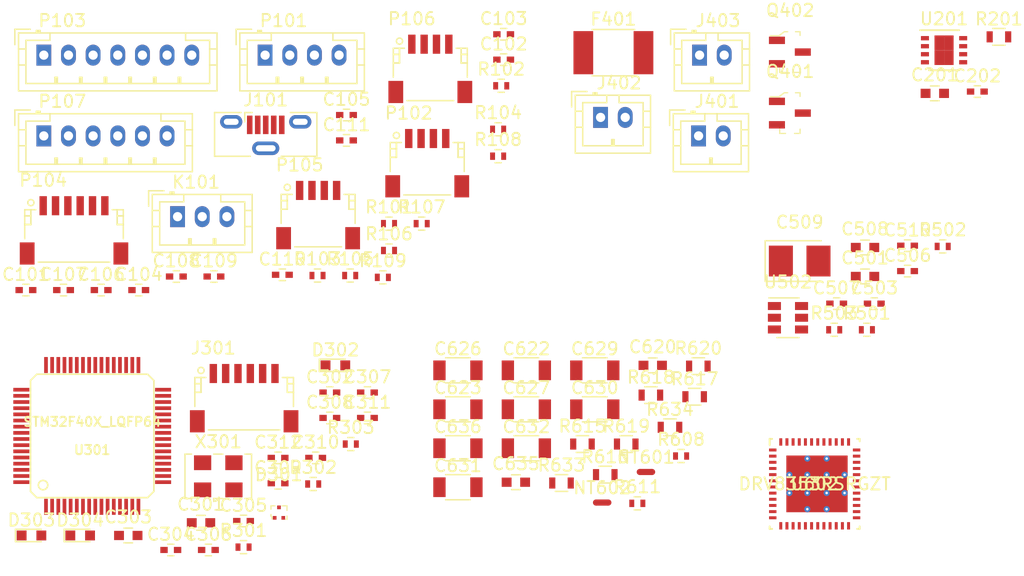
<source format=kicad_pcb>
(kicad_pcb (version 20171130) (host pcbnew "(5.1.2)-1")
  (layers (0 F.Cu signal) (31 B.Cu signal) (34 B.Paste user) (35 F.Paste user) (36 B.SilkS user) (37 F.SilkS user) (38 B.Mask user) (39 F.Mask user) (44 Edge.Cuts user))
  (net 0 "")
  (net 1 GND)
  (net 2 /sheet5B3977E0/SERVO)
  (net 3 /sheet5B3977E0/ADC_TEMP)
  (net 4 /PHASE_CURRENT_1_ADC)
  (net 5 /PHASE_CURRENT_2_ADC)
  (net 6 /PHASE_CURRENT_3_ADC)
  (net 7 /sheet5B3977E0/ADC_VBUS)
  (net 8 /PHASE_V_1_ADC)
  (net 9 /PHASE_V_2_ADC)
  (net 10 /PHASE_V_3_ADC)
  (net 11 /sheet5B3977E0/TEMP_MOTOR)
  (net 12 /12vbuck_SENSE)
  (net 13 +5V)
  (net 14 +3V3)
  (net 15 /sheet5B3977E0/VCAP2)
  (net 16 /sheet5B3977E0/VCAP1)
  (net 17 NRST)
  (net 18 "Net-(C306-Pad1)")
  (net 19 "Net-(C308-Pad1)")
  (net 20 +12V)
  (net 21 "Net-(C506-Pad1)")
  (net 22 "Net-(C506-Pad2)")
  (net 23 "Net-(C510-Pad2)")
  (net 24 GNDPWR)
  (net 25 VBUS)
  (net 26 "Net-(C635-Pad1)")
  (net 27 /drv_power_stage/PHASE_R)
  (net 28 /sheet5B3977E0/USB_DP)
  (net 29 /sheet5B3977E0/USB_DM)
  (net 30 "Net-(D302-Pad1)")
  (net 31 "Net-(D303-Pad1)")
  (net 32 "Net-(D304-Pad1)")
  (net 33 "Net-(F401-Pad2)")
  (net 34 "Net-(J101-Pad1)")
  (net 35 "Net-(J101-Pad2)")
  (net 36 "Net-(J101-Pad4)")
  (net 37 "Net-(J101-Pad3)")
  (net 38 SWDIO)
  (net 39 SWCLK)
  (net 40 "Net-(J401-Pad2)")
  (net 41 "Net-(J402-Pad2)")
  (net 42 "Net-(JP101-Pad2)")
  (net 43 "Net-(K101-Pad1)")
  (net 44 GNDD)
  (net 45 "Net-(P101-Pad4)")
  (net 46 /sheet5B3977DF/CANH)
  (net 47 /sheet5B3977DF/CANL)
  (net 48 /sheet5B3977E0/USART3_TX)
  (net 49 /sheet5B3977E0/USART3_RX)
  (net 50 "Net-(P103-Pad6)")
  (net 51 "Net-(P103-Pad5)")
  (net 52 /sheet5B3977E0/ADC_BRAKE)
  (net 53 /sheet5B3977E0/ADC_THROTTLE)
  (net 54 /sheet5B3977E0/SPI3_MOSI)
  (net 55 /sheet5B3977E0/SPI3_MISO)
  (net 56 /sheet5B3977E0/SPI3_SCK)
  (net 57 /sheet5B3977E0/SPI3_NSS)
  (net 58 /sheet5B3977E0/USART1_RX)
  (net 59 /sheet5B3977E0/USART1_TX)
  (net 60 /sheet5B3977E0/SDA_2)
  (net 61 /sheet5B3977E0/SCL_2)
  (net 62 /sheet5B3977E0/HALL_3)
  (net 63 /sheet5B3977E0/HALL_2)
  (net 64 /sheet5B3977E0/HALL_1)
  (net 65 /aux_outputs/AUX1_PWM)
  (net 66 /aux_outputs/AUX2_PWM)
  (net 67 /sheet5B3977E0/LED_GREEN)
  (net 68 /sheet5B3977E0/LED_RED)
  (net 69 "Net-(R501-Pad1)")
  (net 70 /drv_power_stage/L_IN)
  (net 71 /drv_power_stage/H_IN)
  (net 72 /drv_power_stage/LG)
  (net 73 "Net-(Q602-Pad2)")
  (net 74 "Net-(Q601-Pad2)")
  (net 75 /drv_power_stage/HG)
  (net 76 "Net-(Q603-Pad2)")
  (net 77 "Net-(Q604-Pad2)")
  (net 78 "Net-(Q605-Pad2)")
  (net 79 "Net-(Q606-Pad2)")
  (net 80 /drv_power_stage/PHASE_V_SENSE)
  (net 81 /sheet5B3977DF/CAN_RX)
  (net 82 /sheet5B3977DF/CAN_TX)
  (net 83 /sheet5B3977E0/REVERSE_SW)
  (net 84 /12v_buck_trim)
  (net 85 /sheet5B3977E0/FAULT)
  (net 86 /sheet5B3977E0/L1)
  (net 87 /sheet5B3977E0/L2)
  (net 88 /sheet5B3977E0/L3)
  (net 89 /sheet5B3977E0/EN_GATE)
  (net 90 /sheet5B3977E0/FAULT_RESET)
  (net 91 /sheet5B3977E0/H1)
  (net 92 /sheet5B3977E0/H2)
  (net 93 /sheet5B3977E0/H3)
  (net 94 /sheet5B3977E0/BRAKE_CUTOFF_SW)
  (net 95 "Net-(U301-Pad28)")
  (net 96 "Net-(C645-Pad1)")
  (net 97 "Net-(C646-Pad2)")
  (net 98 "Net-(C646-Pad1)")
  (net 99 +15V)
  (net 100 +BATT)
  (net 101 "Net-(C644-Pad1)")
  (net 102 /drv_power_stage/GHA_0)
  (net 103 /drv_power_stage/SHA_0)
  (net 104 /drv_power_stage/GLA_0)
  (net 105 /drv_power_stage/SPA_0)
  (net 106 /drv_power_stage/SNA_0)
  (net 107 /drv_power_stage/SNB_0)
  (net 108 /drv_power_stage/SPB_0)
  (net 109 /drv_power_stage/GLB_0)
  (net 110 /drv_power_stage/SHB_0)
  (net 111 /drv_power_stage/GHB_0)
  (net 112 /drv_power_stage/GHC_0)
  (net 113 /drv_power_stage/SHC_0)
  (net 114 /drv_power_stage/GLC_0)
  (net 115 /drv_power_stage/SPC_0)
  (net 116 /drv_power_stage/SNC_0)
  (net 117 /drv_power_stage/MTR0_C_IFBK)
  (net 118 /drv_power_stage/MTR0_B_IFBK)
  (net 119 /drv_power_stage/MTR0_A_IFBK)
  (net 120 /drv_power_stage/FAULT_N_0)
  (net 121 /drv_power_stage/SDO)
  (net 122 /drv_power_stage/SDI)
  (net 123 /drv_power_stage/SCLK)
  (net 124 /drv_power_stage/SCS_0)
  (net 125 "Net-(R613-Pad1)")
  (net 126 /drv_power_stage/PWM0_A)
  (net 127 /drv_power_stage/EN0)
  (net 128 /drv_power_stage/PWM0_B)
  (net 129 /drv_power_stage/PWM0_C)
  (net 130 "Net-(C643-Pad1)")
  (net 131 "Net-(C648-Pad2)")
  (net 132 "Net-(C647-Pad1)")
  (net 133 "Net-(C648-Pad1)")
  (net 134 "Net-(R621-Pad2)")
  (net 135 "Net-(R622-Pad2)")
  (net 136 "Net-(C649-Pad1)")
  (module Capacitors_SMD:C_0402 (layer F.Cu) (at 87.025001 82.780001)
    (fp_text reference C101 (at 0 -1.27) (layer F.SilkS))
    (fp_text value 100n)
    (pad 1 smd rect (at -0.55 0) (size 0.6 0.5) (layers F.Cu F.Paste F.Mask) (net 1 GND))
    (pad 2 smd rect (at 0.55 0) (size 0.6 0.5) (layers F.Cu F.Paste F.Mask) (net 2 /sheet5B3977E0/SERVO))
  )
  (module Capacitors_SMD:C_0402 (layer F.Cu) (at 125.775001 64.090001)
    (fp_text reference C102 (at 0 -1.27) (layer F.SilkS))
    (fp_text value 100nf)
    (pad 1 smd rect (at -0.55 0) (size 0.6 0.5) (layers F.Cu F.Paste F.Mask) (net 3 /sheet5B3977E0/ADC_TEMP))
    (pad 2 smd rect (at 0.55 0) (size 0.6 0.5) (layers F.Cu F.Paste F.Mask) (net 1 GND))
  )
  (module Capacitors_SMD:C_0402 (layer F.Cu) (at 125.775001 62.030001)
    (fp_text reference C103 (at 0 -1.27) (layer F.SilkS))
    (fp_text value 4.7nf)
    (pad 2 smd rect (at 0.55 0) (size 0.6 0.5) (layers F.Cu F.Paste F.Mask) (net 1 GND))
    (pad 1 smd rect (at -0.55 0) (size 0.6 0.5) (layers F.Cu F.Paste F.Mask) (net 4 /PHASE_CURRENT_1_ADC))
  )
  (module Capacitors_SMD:C_0402 (layer F.Cu) (at 96.175001 82.780001)
    (fp_text reference C104 (at 0 -1.27) (layer F.SilkS))
    (fp_text value 4.7nf)
    (pad 1 smd rect (at -0.55 0) (size 0.6 0.5) (layers F.Cu F.Paste F.Mask) (net 5 /PHASE_CURRENT_2_ADC))
    (pad 2 smd rect (at 0.55 0) (size 0.6 0.5) (layers F.Cu F.Paste F.Mask) (net 1 GND))
  )
  (module Capacitors_SMD:C_0402 (layer F.Cu) (at 113.025001 68.580001)
    (fp_text reference C105 (at 0 -1.27) (layer F.SilkS))
    (fp_text value 4.7nf)
    (pad 1 smd rect (at -0.55 0) (size 0.6 0.5) (layers F.Cu F.Paste F.Mask) (net 6 /PHASE_CURRENT_3_ADC))
    (pad 2 smd rect (at 0.55 0) (size 0.6 0.5) (layers F.Cu F.Paste F.Mask) (net 1 GND))
  )
  (module Capacitors_SMD:C_0402 (layer F.Cu) (at 93.125001 82.780001)
    (fp_text reference C106 (at 0 -1.27) (layer F.SilkS))
    (fp_text value 100nf)
    (pad 2 smd rect (at 0.55 0) (size 0.6 0.5) (layers F.Cu F.Paste F.Mask) (net 1 GND))
    (pad 1 smd rect (at -0.55 0) (size 0.6 0.5) (layers F.Cu F.Paste F.Mask) (net 7 /sheet5B3977E0/ADC_VBUS))
  )
  (module Capacitors_SMD:C_0402 (layer F.Cu) (at 90.075001 82.780001)
    (fp_text reference C107 (at 0 -1.27) (layer F.SilkS))
    (fp_text value 100nf)
    (pad 2 smd rect (at 0.55 0) (size 0.6 0.5) (layers F.Cu F.Paste F.Mask) (net 1 GND))
    (pad 1 smd rect (at -0.55 0) (size 0.6 0.5) (layers F.Cu F.Paste F.Mask) (net 8 /PHASE_V_1_ADC))
  )
  (module Capacitors_SMD:C_0402 (layer F.Cu) (at 99.225001 81.680001)
    (fp_text reference C108 (at 0 -1.27) (layer F.SilkS))
    (fp_text value 100nf)
    (pad 2 smd rect (at 0.55 0) (size 0.6 0.5) (layers F.Cu F.Paste F.Mask) (net 1 GND))
    (pad 1 smd rect (at -0.55 0) (size 0.6 0.5) (layers F.Cu F.Paste F.Mask) (net 9 /PHASE_V_2_ADC))
  )
  (module Capacitors_SMD:C_0402 (layer F.Cu) (at 102.275001 81.680001)
    (fp_text reference C109 (at 0 -1.27) (layer F.SilkS))
    (fp_text value 100nf)
    (pad 2 smd rect (at 0.55 0) (size 0.6 0.5) (layers F.Cu F.Paste F.Mask) (net 1 GND))
    (pad 1 smd rect (at -0.55 0) (size 0.6 0.5) (layers F.Cu F.Paste F.Mask) (net 10 /PHASE_V_3_ADC))
  )
  (module Capacitors_SMD:C_0402 (layer F.Cu) (at 107.825001 81.540001)
    (fp_text reference C110 (at 0 -1.27) (layer F.SilkS))
    (fp_text value 100n)
    (pad 1 smd rect (at -0.55 0) (size 0.6 0.5) (layers F.Cu F.Paste F.Mask) (net 1 GND))
    (pad 2 smd rect (at 0.55 0) (size 0.6 0.5) (layers F.Cu F.Paste F.Mask) (net 11 /sheet5B3977E0/TEMP_MOTOR))
  )
  (module Capacitors_SMD:C_0402 (layer F.Cu) (at 113.025001 70.640001)
    (fp_text reference C111 (at 0 -1.27) (layer F.SilkS))
    (fp_text value 100nf)
    (pad 2 smd rect (at 0.55 0) (size 0.6 0.5) (layers F.Cu F.Paste F.Mask) (net 1 GND))
    (pad 1 smd rect (at -0.55 0) (size 0.6 0.5) (layers F.Cu F.Paste F.Mask) (net 12 /12vbuck_SENSE))
  )
  (module Capacitors_SMD:C_0603 (layer F.Cu) (at 160.745001 66.825001)
    (fp_text reference C201 (at 0 -1.5) (layer F.SilkS))
    (fp_text value 2.2u)
    (pad 2 smd rect (at 0.75 0) (size 0.8 0.75) (layers F.Cu F.Paste F.Mask) (net 1 GND))
    (pad 1 smd rect (at -0.75 0) (size 0.8 0.75) (layers F.Cu F.Paste F.Mask) (net 13 +5V))
  )
  (module Capacitors_SMD:C_0402 (layer F.Cu) (at 164.195001 66.680001)
    (fp_text reference C202 (at 0 -1.27) (layer F.SilkS))
    (fp_text value 100nf)
    (pad 1 smd rect (at -0.55 0) (size 0.6 0.5) (layers F.Cu F.Paste F.Mask) (net 14 +3V3))
    (pad 2 smd rect (at 0.55 0) (size 0.6 0.5) (layers F.Cu F.Paste F.Mask) (net 1 GND))
  )
  (module Capacitors_SMD:C_0603 (layer F.Cu) (at 101.225001 101.655001)
    (fp_text reference C301 (at 0 -1.5) (layer F.SilkS))
    (fp_text value 2.2u)
    (pad 2 smd rect (at 0.75 0) (size 0.8 0.75) (layers F.Cu F.Paste F.Mask) (net 15 /sheet5B3977E0/VCAP2))
    (pad 1 smd rect (at -0.75 0) (size 0.8 0.75) (layers F.Cu F.Paste F.Mask) (net 1 GND))
  )
  (module Capacitors_SMD:C_0402 (layer F.Cu) (at 111.675001 91.090001)
    (fp_text reference C302 (at 0 -1.27) (layer F.SilkS))
    (fp_text value 2.2u)
    (pad 2 smd rect (at 0.55 0) (size 0.6 0.5) (layers F.Cu F.Paste F.Mask) (net 14 +3V3))
    (pad 1 smd rect (at -0.55 0) (size 0.6 0.5) (layers F.Cu F.Paste F.Mask) (net 1 GND))
  )
  (module Capacitors_SMD:C_0603 (layer F.Cu) (at 95.325001 102.685001)
    (fp_text reference C303 (at 0 -1.5) (layer F.SilkS))
    (fp_text value 2.2u)
    (pad 1 smd rect (at -0.75 0) (size 0.8 0.75) (layers F.Cu F.Paste F.Mask) (net 1 GND))
    (pad 2 smd rect (at 0.75 0) (size 0.8 0.75) (layers F.Cu F.Paste F.Mask) (net 16 /sheet5B3977E0/VCAP1))
  )
  (module Capacitors_SMD:C_0402 (layer F.Cu) (at 98.775001 103.860001)
    (fp_text reference C304 (at 0 -1.27) (layer F.SilkS))
    (fp_text value 100n)
    (pad 2 smd rect (at 0.55 0) (size 0.6 0.5) (layers F.Cu F.Paste F.Mask) (net 17 NRST))
    (pad 1 smd rect (at -0.55 0) (size 0.6 0.5) (layers F.Cu F.Paste F.Mask) (net 1 GND))
  )
  (module Capacitors_SMD:C_0402 (layer F.Cu) (at 104.675001 101.510001)
    (fp_text reference C305 (at 0 -1.27) (layer F.SilkS))
    (fp_text value 2.2u)
    (pad 2 smd rect (at 0.55 0) (size 0.6 0.5) (layers F.Cu F.Paste F.Mask) (net 14 +3V3))
    (pad 1 smd rect (at -0.55 0) (size 0.6 0.5) (layers F.Cu F.Paste F.Mask) (net 1 GND))
  )
  (module Capacitors_SMD:C_0402 (layer F.Cu) (at 101.825001 103.860001)
    (fp_text reference C306 (at 0 -1.27) (layer F.SilkS))
    (fp_text value 15p)
    (pad 2 smd rect (at 0.55 0) (size 0.6 0.5) (layers F.Cu F.Paste F.Mask) (net 1 GND))
    (pad 1 smd rect (at -0.55 0) (size 0.6 0.5) (layers F.Cu F.Paste F.Mask) (net 18 "Net-(C306-Pad1)"))
  )
  (module Capacitors_SMD:C_0402 (layer F.Cu) (at 114.725001 91.090001)
    (fp_text reference C307 (at 0 -1.27) (layer F.SilkS))
    (fp_text value 2.2u)
    (pad 1 smd rect (at -0.55 0) (size 0.6 0.5) (layers F.Cu F.Paste F.Mask) (net 1 GND))
    (pad 2 smd rect (at 0.55 0) (size 0.6 0.5) (layers F.Cu F.Paste F.Mask) (net 14 +3V3))
  )
  (module Capacitors_SMD:C_0402 (layer F.Cu) (at 111.675001 93.150001)
    (fp_text reference C308 (at 0 -1.27) (layer F.SilkS))
    (fp_text value 15p)
    (pad 1 smd rect (at -0.55 0) (size 0.6 0.5) (layers F.Cu F.Paste F.Mask) (net 19 "Net-(C308-Pad1)"))
    (pad 2 smd rect (at 0.55 0) (size 0.6 0.5) (layers F.Cu F.Paste F.Mask) (net 1 GND))
  )
  (module Capacitors_SMD:C_0402 (layer F.Cu) (at 107.475001 98.450001)
    (fp_text reference C309 (at 0 -1.27) (layer F.SilkS))
    (fp_text value 2.2u)
    (pad 2 smd rect (at 0.55 0) (size 0.6 0.5) (layers F.Cu F.Paste F.Mask) (net 14 +3V3))
    (pad 1 smd rect (at -0.55 0) (size 0.6 0.5) (layers F.Cu F.Paste F.Mask) (net 1 GND))
  )
  (module Capacitors_SMD:C_0402 (layer F.Cu) (at 110.525001 96.390001)
    (fp_text reference C310 (at 0 -1.27) (layer F.SilkS))
    (fp_text value 2.2u)
    (pad 2 smd rect (at 0.55 0) (size 0.6 0.5) (layers F.Cu F.Paste F.Mask) (net 14 +3V3))
    (pad 1 smd rect (at -0.55 0) (size 0.6 0.5) (layers F.Cu F.Paste F.Mask) (net 1 GND))
  )
  (module Capacitors_SMD:C_0402 (layer F.Cu) (at 114.725001 93.150001)
    (fp_text reference C311 (at 0 -1.27) (layer F.SilkS))
    (fp_text value 2.2u)
    (pad 1 smd rect (at -0.55 0) (size 0.6 0.5) (layers F.Cu F.Paste F.Mask) (net 1 GND))
    (pad 2 smd rect (at 0.55 0) (size 0.6 0.5) (layers F.Cu F.Paste F.Mask) (net 14 +3V3))
  )
  (module Capacitors_SMD:C_0402 (layer F.Cu) (at 107.475001 96.390001)
    (fp_text reference C312 (at 0 -1.27) (layer F.SilkS))
    (fp_text value 2.2u)
    (pad 1 smd rect (at -0.55 0) (size 0.6 0.5) (layers F.Cu F.Paste F.Mask) (net 1 GND))
    (pad 2 smd rect (at 0.55 0) (size 0.6 0.5) (layers F.Cu F.Paste F.Mask) (net 14 +3V3))
  )
  (module Capacitors_SMD:C_0603 (layer F.Cu) (at 155.085001 81.675001)
    (fp_text reference C501 (at 0 -1.5) (layer F.SilkS))
    (fp_text value 2.2uf)
    (pad 1 smd rect (at -0.75 0) (size 0.8 0.75) (layers F.Cu F.Paste F.Mask) (net 20 +12V))
    (pad 2 smd rect (at 0.75 0) (size 0.8 0.75) (layers F.Cu F.Paste F.Mask) (net 1 GND))
  )
  (module Capacitors_SMD:C_0402 (layer F.Cu) (at 155.835001 83.880001)
    (fp_text reference C503 (at 0 -1.27) (layer F.SilkS))
    (fp_text value 100nf)
    (pad 1 smd rect (at -0.55 0) (size 0.6 0.5) (layers F.Cu F.Paste F.Mask) (net 20 +12V))
    (pad 2 smd rect (at 0.55 0) (size 0.6 0.5) (layers F.Cu F.Paste F.Mask) (net 1 GND))
  )
  (module Capacitors_SMD:C_0402 (layer F.Cu) (at 158.535001 81.240001)
    (fp_text reference C506 (at 0 -1.27) (layer F.SilkS))
    (fp_text value 100nf)
    (pad 1 smd rect (at -0.55 0) (size 0.6 0.5) (layers F.Cu F.Paste F.Mask) (net 21 "Net-(C506-Pad1)"))
    (pad 2 smd rect (at 0.55 0) (size 0.6 0.5) (layers F.Cu F.Paste F.Mask) (net 22 "Net-(C506-Pad2)"))
  )
  (module Capacitors_SMD:C_0402 (layer F.Cu) (at 152.785001 83.880001)
    (fp_text reference C507 (at 0 -1.27) (layer F.SilkS))
    (fp_text value 100nf)
    (pad 1 smd rect (at -0.55 0) (size 0.6 0.5) (layers F.Cu F.Paste F.Mask) (net 14 +3V3))
    (pad 2 smd rect (at 0.55 0) (size 0.6 0.5) (layers F.Cu F.Paste F.Mask) (net 1 GND))
  )
  (module Capacitors_SMD:C_0603 (layer F.Cu) (at 155.085001 79.325001)
    (fp_text reference C508 (at 0 -1.5) (layer F.SilkS))
    (fp_text value 2.2uf)
    (pad 1 smd rect (at -0.75 0) (size 0.8 0.75) (layers F.Cu F.Paste F.Mask) (net 14 +3V3))
    (pad 2 smd rect (at 0.75 0) (size 0.8 0.75) (layers F.Cu F.Paste F.Mask) (net 1 GND))
  )
  (module Capacitors_Tantalum_SMD:CP_Tantalum_Case-B_EIA-3528-21_Reflow (layer F.Cu) (at 149.785001 80.425001)
    (fp_text reference C509 (at 0 -3.15) (layer F.SilkS))
    (fp_text value 100uf)
    (pad 2 smd rect (at 1.525 0) (size 1.95 2.5) (layers F.Cu F.Paste F.Mask) (net 1 GND))
    (pad 1 smd rect (at -1.525 0) (size 1.95 2.5) (layers F.Cu F.Paste F.Mask) (net 14 +3V3))
  )
  (module Capacitors_SMD:C_0402 (layer F.Cu) (at 158.535001 79.180001)
    (fp_text reference C510 (at 0 -1.27) (layer F.SilkS))
    (fp_text value NP)
    (pad 2 smd rect (at 0.55 0) (size 0.6 0.5) (layers F.Cu F.Paste F.Mask) (net 23 "Net-(C510-Pad2)"))
    (pad 1 smd rect (at -0.55 0) (size 0.6 0.5) (layers F.Cu F.Paste F.Mask) (net 14 +3V3))
  )
  (module Capacitors_SMD:C_0603 (layer F.Cu) (at 137.865001 88.885001)
    (fp_text reference C620 (at 0 -1.5) (layer F.SilkS))
    (fp_text value 1uf)
    (pad 2 smd rect (at 0.75 0) (size 0.8 0.75) (layers F.Cu F.Paste F.Mask) (net 24 GNDPWR))
    (pad 1 smd rect (at -0.75 0) (size 0.8 0.75) (layers F.Cu F.Paste F.Mask) (net 20 +12V))
  )
  (module Capacitors_SMD:C_1206 (layer F.Cu) (at 127.615001 89.290001)
    (fp_text reference C622 (at 0 -1.75) (layer F.SilkS))
    (fp_text value 100v_1.0uF)
    (pad 2 smd rect (at 1.5 0) (size 1 1.6) (layers F.Cu F.Paste F.Mask) (net 24 GNDPWR))
    (pad 1 smd rect (at -1.5 0) (size 1 1.6) (layers F.Cu F.Paste F.Mask) (net 25 VBUS))
  )
  (module Capacitors_SMD:C_1206 (layer F.Cu) (at 122.065001 92.450001)
    (fp_text reference C623 (at 0 -1.75) (layer F.SilkS))
    (fp_text value 100v_1.0uF)
    (pad 1 smd rect (at -1.5 0) (size 1 1.6) (layers F.Cu F.Paste F.Mask) (net 25 VBUS))
    (pad 2 smd rect (at 1.5 0) (size 1 1.6) (layers F.Cu F.Paste F.Mask) (net 24 GNDPWR))
  )
  (module Capacitors_SMD:C_1206 (layer F.Cu) (at 122.065001 89.290001)
    (fp_text reference C626 (at 0 -1.75) (layer F.SilkS))
    (fp_text value 100v_1.0uF)
    (pad 1 smd rect (at -1.5 0) (size 1 1.6) (layers F.Cu F.Paste F.Mask) (net 25 VBUS))
    (pad 2 smd rect (at 1.5 0) (size 1 1.6) (layers F.Cu F.Paste F.Mask) (net 24 GNDPWR))
  )
  (module Capacitors_SMD:C_1206 (layer F.Cu) (at 127.615001 92.450001)
    (fp_text reference C627 (at 0 -1.75) (layer F.SilkS))
    (fp_text value 100v_1.0uF)
    (pad 1 smd rect (at -1.5 0) (size 1 1.6) (layers F.Cu F.Paste F.Mask) (net 25 VBUS))
    (pad 2 smd rect (at 1.5 0) (size 1 1.6) (layers F.Cu F.Paste F.Mask) (net 24 GNDPWR))
  )
  (module Capacitors_SMD:C_1206 (layer F.Cu) (at 133.165001 89.290001)
    (fp_text reference C629 (at 0 -1.75) (layer F.SilkS))
    (fp_text value 100v_1.0uF)
    (pad 2 smd rect (at 1.5 0) (size 1 1.6) (layers F.Cu F.Paste F.Mask) (net 24 GNDPWR))
    (pad 1 smd rect (at -1.5 0) (size 1 1.6) (layers F.Cu F.Paste F.Mask) (net 25 VBUS))
  )
  (module Capacitors_SMD:C_1206 (layer F.Cu) (at 133.165001 92.450001)
    (fp_text reference C630 (at 0 -1.75) (layer F.SilkS))
    (fp_text value 100v_1.0uF)
    (pad 2 smd rect (at 1.5 0) (size 1 1.6) (layers F.Cu F.Paste F.Mask) (net 24 GNDPWR))
    (pad 1 smd rect (at -1.5 0) (size 1 1.6) (layers F.Cu F.Paste F.Mask) (net 25 VBUS))
  )
  (module Capacitors_SMD:C_1206 (layer F.Cu) (at 122.065001 98.770001)
    (fp_text reference C631 (at 0 -1.75) (layer F.SilkS))
    (fp_text value 100v_1.0uF)
    (pad 2 smd rect (at 1.5 0) (size 1 1.6) (layers F.Cu F.Paste F.Mask) (net 24 GNDPWR))
    (pad 1 smd rect (at -1.5 0) (size 1 1.6) (layers F.Cu F.Paste F.Mask) (net 25 VBUS))
  )
  (module Capacitors_SMD:C_1206 (layer F.Cu) (at 127.615001 95.610001)
    (fp_text reference C632 (at 0 -1.75) (layer F.SilkS))
    (fp_text value 100v_1.0uF)
    (pad 1 smd rect (at -1.5 0) (size 1 1.6) (layers F.Cu F.Paste F.Mask) (net 25 VBUS))
    (pad 2 smd rect (at 1.5 0) (size 1 1.6) (layers F.Cu F.Paste F.Mask) (net 24 GNDPWR))
  )
  (module Capacitors_SMD:C_0603 (layer F.Cu) (at 126.765001 98.365001)
    (fp_text reference C635 (at 0 -1.5) (layer F.SilkS))
    (fp_text value 1uf)
    (pad 1 smd rect (at -0.75 0) (size 0.8 0.75) (layers F.Cu F.Paste F.Mask) (net 26 "Net-(C635-Pad1)"))
    (pad 2 smd rect (at 0.75 0) (size 0.8 0.75) (layers F.Cu F.Paste F.Mask) (net 27 /drv_power_stage/PHASE_R))
  )
  (module Capacitors_SMD:C_1206 (layer F.Cu) (at 122.065001 95.610001)
    (fp_text reference C636 (at 0 -1.75) (layer F.SilkS))
    (fp_text value 100v_1.0uF)
    (pad 2 smd rect (at 1.5 0) (size 1 1.6) (layers F.Cu F.Paste F.Mask) (net 24 GNDPWR))
    (pad 1 smd rect (at -1.5 0) (size 1 1.6) (layers F.Cu F.Paste F.Mask) (net 25 VBUS))
  )
  (module digikey-footprints:SOT-3 (layer F.Cu) (at 107.550001 100.830001)
    (fp_text reference D301 (at -0.025 -3.075) (layer F.SilkS))
    (fp_text value TPD2EUSB30DRTR)
    (pad 1 smd rect (at -0.35 0.425) (size 0.3 0.3) (layers F.Cu F.Paste F.Mask) (net 28 /sheet5B3977E0/USB_DP))
    (pad 3 smd rect (at 0 -0.425) (size 0.3 0.3) (layers F.Cu F.Paste F.Mask) (net 1 GND))
    (pad 2 smd rect (at 0.35 0.425) (size 0.3 0.3) (layers F.Cu F.Paste F.Mask) (net 29 /sheet5B3977E0/USB_DM))
  )
  (module LEDs:LED_0603 (layer F.Cu) (at 112.125001 88.885001)
    (fp_text reference D302 (at 0 -1.25) (layer F.SilkS))
    (fp_text value BLUE)
    (pad 1 smd rect (at -0.8 0 180) (size 0.8 0.8) (layers F.Cu F.Paste F.Mask) (net 30 "Net-(D302-Pad1)"))
    (pad 2 smd rect (at 0.8 0 180) (size 0.8 0.8) (layers F.Cu F.Paste F.Mask) (net 1 GND))
  )
  (module LEDs:LED_0603 (layer F.Cu) (at 87.475001 102.685001)
    (fp_text reference D303 (at 0 -1.25) (layer F.SilkS))
    (fp_text value GREEN)
    (pad 2 smd rect (at 0.8 0 180) (size 0.8 0.8) (layers F.Cu F.Paste F.Mask) (net 1 GND))
    (pad 1 smd rect (at -0.8 0 180) (size 0.8 0.8) (layers F.Cu F.Paste F.Mask) (net 31 "Net-(D303-Pad1)"))
  )
  (module LEDs:LED_0603 (layer F.Cu) (at 91.425001 102.685001)
    (fp_text reference D304 (at 0 -1.25) (layer F.SilkS))
    (fp_text value RED)
    (pad 1 smd rect (at -0.8 0 180) (size 0.8 0.8) (layers F.Cu F.Paste F.Mask) (net 32 "Net-(D304-Pad1)"))
    (pad 2 smd rect (at 0.8 0 180) (size 0.8 0.8) (layers F.Cu F.Paste F.Mask) (net 1 GND))
  )
  (module Resistors_SMD:R_1812 (layer F.Cu) (at 134.675001 63.525001)
    (fp_text reference F401 (at 0 -2.72) (layer F.SilkS))
    (fp_text value "0.5A polyfuse")
    (pad 2 smd rect (at 2.44 0) (size 1.6 3.5) (layers F.Cu F.Paste F.Mask) (net 33 "Net-(F401-Pad2)"))
    (pad 1 smd rect (at -2.44 0) (size 1.6 3.5) (layers F.Cu F.Paste F.Mask) (net 20 +12V))
  )
  (module Connectors_USB:USB_Micro-B_Vertical_Molex-105133-0001 (layer F.Cu) (at 106.475001 70.205001)
    (fp_text reference J101 (at 0 -2.85) (layer F.SilkS))
    (fp_text value USB_B_Micro)
    (pad 6 thru_hole oval (at 0 1.075) (size 2.2 1.1) (drill oval 1.6 0.5) (layers *.Cu *.Mask) (net 1 GND))
    (pad 6 thru_hole oval (at 2.8 -1.075) (size 1.8 1.1) (drill oval 1.2 0.5) (layers *.Cu *.Mask) (net 1 GND))
    (pad 6 thru_hole oval (at -2.8 -1.075) (size 1.8 1.1) (drill oval 1.2 0.5) (layers *.Cu *.Mask) (net 1 GND))
    (pad 1 smd rect (at -1.3 -0.825) (size 0.45 1.5) (layers F.Cu F.Paste F.Mask) (net 34 "Net-(J101-Pad1)"))
    (pad 5 smd rect (at 1.3 -0.825) (size 0.45 1.5) (layers F.Cu F.Paste F.Mask) (net 1 GND))
    (pad 2 smd rect (at -0.65 -0.825) (size 0.45 1.5) (layers F.Cu F.Paste F.Mask) (net 35 "Net-(J101-Pad2)"))
    (pad 4 smd rect (at 0.65 -0.825) (size 0.45 1.5) (layers F.Cu F.Paste F.Mask) (net 36 "Net-(J101-Pad4)"))
    (pad 3 smd rect (at 0 -0.825) (size 0.45 1.5) (layers F.Cu F.Paste F.Mask) (net 37 "Net-(J101-Pad3)"))
  )
  (module Connectors_JST:JST_SH_SM06B-SRSS-TB_06x1.00mm_Angled (layer F.Cu) (at 104.725001 91.485001)
    (fp_text reference J301 (at -2.5 -4) (layer F.SilkS))
    (fp_text value SWD)
    (pad "" smd rect (at 3.8 1.9375) (size 1.2 1.8) (layers F.Cu F.Paste F.Mask))
    (pad "" smd rect (at -3.8 1.9375) (size 1.2 1.8) (layers F.Cu F.Paste F.Mask))
    (pad 6 smd rect (at 2.5 -1.9375) (size 0.6 1.55) (layers F.Cu F.Paste F.Mask))
    (pad 5 smd rect (at 1.5 -1.9375) (size 0.6 1.55) (layers F.Cu F.Paste F.Mask) (net 17 NRST))
    (pad 4 smd rect (at 0.5 -1.9375) (size 0.6 1.55) (layers F.Cu F.Paste F.Mask) (net 38 SWDIO))
    (pad 3 smd rect (at -0.5 -1.9375) (size 0.6 1.55) (layers F.Cu F.Paste F.Mask) (net 1 GND))
    (pad 2 smd rect (at -1.5 -1.9375) (size 0.6 1.55) (layers F.Cu F.Paste F.Mask) (net 39 SWCLK))
    (pad 1 smd rect (at -2.5 -1.9375) (size 0.6 1.55) (layers F.Cu F.Paste F.Mask) (net 14 +3V3))
  )
  (module Connectors_JST:JST_PH_B2B-PH-K_02x2.00mm_Straight (layer F.Cu) (at 141.585001 70.275001)
    (fp_text reference J401 (at 1.5 -2.8) (layer F.SilkS))
    (fp_text value Conn_01x02)
    (pad 2 thru_hole oval (at 2 0) (size 1.2 1.7) (drill 0.75) (layers *.Cu *.Mask) (net 40 "Net-(J401-Pad2)"))
    (pad 1 thru_hole rect (at 0 0) (size 1.2 1.7) (drill 0.75) (layers *.Cu *.Mask) (net 33 "Net-(F401-Pad2)"))
  )
  (module Connectors_JST:JST_PH_B2B-PH-K_02x2.00mm_Straight (layer F.Cu) (at 133.635001 68.775001)
    (fp_text reference J402 (at 1.5 -2.8) (layer F.SilkS))
    (fp_text value Conn_01x02)
    (pad 2 thru_hole oval (at 2 0) (size 1.2 1.7) (drill 0.75) (layers *.Cu *.Mask) (net 41 "Net-(J402-Pad2)"))
    (pad 1 thru_hole rect (at 0 0) (size 1.2 1.7) (drill 0.75) (layers *.Cu *.Mask) (net 33 "Net-(F401-Pad2)"))
  )
  (module Connectors_JST:JST_PH_B2B-PH-K_02x2.00mm_Straight (layer F.Cu) (at 141.665001 63.725001)
    (fp_text reference J403 (at 1.5 -2.8) (layer F.SilkS))
    (fp_text value Conn_01x02)
    (pad 1 thru_hole rect (at 0 0) (size 1.2 1.7) (drill 0.75) (layers *.Cu *.Mask) (net 33 "Net-(F401-Pad2)"))
    (pad 2 thru_hole oval (at 2 0) (size 1.2 1.7) (drill 0.75) (layers *.Cu *.Mask) (net 24 GNDPWR))
  )
  (module Connectors_JST:JST_PH_B3B-PH-K_03x2.00mm_Straight (layer F.Cu) (at 99.325001 76.825001)
    (fp_text reference K101 (at 1.5 -2.8) (layer F.SilkS))
    (fp_text value SERVO)
    (pad 3 thru_hole oval (at 4 0) (size 1.2 1.7) (drill 0.75) (layers *.Cu *.Mask) (net 1 GND))
    (pad 2 thru_hole oval (at 2 0) (size 1.2 1.7) (drill 0.75) (layers *.Cu *.Mask) (net 42 "Net-(JP101-Pad2)"))
    (pad 1 thru_hole rect (at 0 0) (size 1.2 1.7) (drill 0.75) (layers *.Cu *.Mask) (net 43 "Net-(K101-Pad1)"))
  )
  (module NetTie:NetTie-2_SMD_Pad0.5mm (layer F.Cu) (at 137.315001 97.535001)
    (fp_text reference NT601 (at 0 -1.2) (layer F.SilkS))
    (fp_text value Net-Tie_2)
    (fp_poly (pts (xy -0.5 -0.25) (xy 0.5 -0.25) (xy 0.5 0.25) (xy -0.5 0.25)) (layer F.Cu) (width 0))
    (pad 1 smd circle (at -0.5 0) (size 0.5 0.5) (layers F.Cu) (net 44 GNDD))
    (pad 2 smd circle (at 0.5 0) (size 0.5 0.5) (layers F.Cu) (net 1 GND))
  )
  (module NetTie:NetTie-2_SMD_Pad0.5mm (layer F.Cu) (at 133.765001 100.015001)
    (fp_text reference NT602 (at 0 -1.2) (layer F.SilkS))
    (fp_text value Net-Tie_2)
    (fp_poly (pts (xy -0.5 -0.25) (xy 0.5 -0.25) (xy 0.5 0.25) (xy -0.5 0.25)) (layer F.Cu) (width 0))
    (pad 2 smd circle (at 0.5 0) (size 0.5 0.5) (layers F.Cu) (net 24 GNDPWR))
    (pad 1 smd circle (at -0.5 0) (size 0.5 0.5) (layers F.Cu) (net 1 GND))
  )
  (module Connectors_JST:JST_PH_B4B-PH-K_04x2.00mm_Straight (layer F.Cu) (at 106.425001 63.725001)
    (fp_text reference P101 (at 1.5 -2.8) (layer F.SilkS))
    (fp_text value CANBUS)
    (pad 4 thru_hole oval (at 6 0) (size 1.2 1.7) (drill 0.75) (layers *.Cu *.Mask) (net 45 "Net-(P101-Pad4)"))
    (pad 3 thru_hole oval (at 4 0) (size 1.2 1.7) (drill 0.75) (layers *.Cu *.Mask) (net 46 /sheet5B3977DF/CANH))
    (pad 2 thru_hole oval (at 2 0) (size 1.2 1.7) (drill 0.75) (layers *.Cu *.Mask) (net 47 /sheet5B3977DF/CANL))
    (pad 1 thru_hole rect (at 0 0) (size 1.2 1.7) (drill 0.75) (layers *.Cu *.Mask) (net 1 GND))
  )
  (module Connectors_JST:JST_SH_SM04B-SRSS-TB_04x1.00mm_Angled (layer F.Cu) (at 119.575001 72.425001)
    (fp_text reference P102 (at -1.5 -4) (layer F.SilkS))
    (fp_text value Serial3)
    (pad "" smd rect (at 2.8 1.9375) (size 1.2 1.8) (layers F.Cu F.Paste F.Mask))
    (pad "" smd rect (at -2.8 1.9375) (size 1.2 1.8) (layers F.Cu F.Paste F.Mask))
    (pad 4 smd rect (at 1.5 -1.9375) (size 0.6 1.55) (layers F.Cu F.Paste F.Mask) (net 1 GND))
    (pad 3 smd rect (at 0.5 -1.9375) (size 0.6 1.55) (layers F.Cu F.Paste F.Mask) (net 14 +3V3))
    (pad 2 smd rect (at -0.5 -1.9375) (size 0.6 1.55) (layers F.Cu F.Paste F.Mask) (net 48 /sheet5B3977E0/USART3_TX))
    (pad 1 smd rect (at -1.5 -1.9375) (size 0.6 1.55) (layers F.Cu F.Paste F.Mask) (net 49 /sheet5B3977E0/USART3_RX))
  )
  (module Connectors_JST:JST_PH_B7B-PH-K_07x2.00mm_Straight (layer F.Cu) (at 88.475001 63.725001)
    (fp_text reference P103 (at 1.5 -2.8) (layer F.SilkS))
    (fp_text value CTRL_SIGNALS)
    (pad 7 thru_hole oval (at 12 0) (size 1.2 1.7) (drill 0.75) (layers *.Cu *.Mask) (net 1 GND))
    (pad 6 thru_hole oval (at 10 0) (size 1.2 1.7) (drill 0.75) (layers *.Cu *.Mask) (net 50 "Net-(P103-Pad6)"))
    (pad 5 thru_hole oval (at 8 0) (size 1.2 1.7) (drill 0.75) (layers *.Cu *.Mask) (net 51 "Net-(P103-Pad5)"))
    (pad 4 thru_hole oval (at 6 0) (size 1.2 1.7) (drill 0.75) (layers *.Cu *.Mask) (net 52 /sheet5B3977E0/ADC_BRAKE))
    (pad 3 thru_hole oval (at 4 0) (size 1.2 1.7) (drill 0.75) (layers *.Cu *.Mask) (net 53 /sheet5B3977E0/ADC_THROTTLE))
    (pad 2 thru_hole oval (at 2 0) (size 1.2 1.7) (drill 0.75) (layers *.Cu *.Mask) (net 1 GND))
    (pad 1 thru_hole rect (at 0 0) (size 1.2 1.7) (drill 0.75) (layers *.Cu *.Mask) (net 14 +3V3))
  )
  (module Connectors_JST:JST_SH_SM06B-SRSS-TB_06x1.00mm_Angled (layer F.Cu) (at 90.925001 77.875001)
    (fp_text reference P104 (at -2.5 -4) (layer F.SilkS))
    (fp_text value SPI)
    (pad 1 smd rect (at -2.5 -1.9375) (size 0.6 1.55) (layers F.Cu F.Paste F.Mask) (net 14 +3V3))
    (pad 2 smd rect (at -1.5 -1.9375) (size 0.6 1.55) (layers F.Cu F.Paste F.Mask) (net 54 /sheet5B3977E0/SPI3_MOSI))
    (pad 3 smd rect (at -0.5 -1.9375) (size 0.6 1.55) (layers F.Cu F.Paste F.Mask) (net 55 /sheet5B3977E0/SPI3_MISO))
    (pad 4 smd rect (at 0.5 -1.9375) (size 0.6 1.55) (layers F.Cu F.Paste F.Mask) (net 56 /sheet5B3977E0/SPI3_SCK))
    (pad 5 smd rect (at 1.5 -1.9375) (size 0.6 1.55) (layers F.Cu F.Paste F.Mask) (net 57 /sheet5B3977E0/SPI3_NSS))
    (pad 6 smd rect (at 2.5 -1.9375) (size 0.6 1.55) (layers F.Cu F.Paste F.Mask) (net 1 GND))
    (pad "" smd rect (at -3.8 1.9375) (size 1.2 1.8) (layers F.Cu F.Paste F.Mask))
    (pad "" smd rect (at 3.8 1.9375) (size 1.2 1.8) (layers F.Cu F.Paste F.Mask))
  )
  (module Connectors_JST:JST_SH_SM04B-SRSS-TB_04x1.00mm_Angled (layer F.Cu) (at 110.725001 76.635001)
    (fp_text reference P105 (at -1.5 -4) (layer F.SilkS))
    (fp_text value Serial1/tim4)
    (pad 1 smd rect (at -1.5 -1.9375) (size 0.6 1.55) (layers F.Cu F.Paste F.Mask) (net 58 /sheet5B3977E0/USART1_RX))
    (pad 2 smd rect (at -0.5 -1.9375) (size 0.6 1.55) (layers F.Cu F.Paste F.Mask) (net 59 /sheet5B3977E0/USART1_TX))
    (pad 3 smd rect (at 0.5 -1.9375) (size 0.6 1.55) (layers F.Cu F.Paste F.Mask) (net 14 +3V3))
    (pad 4 smd rect (at 1.5 -1.9375) (size 0.6 1.55) (layers F.Cu F.Paste F.Mask) (net 1 GND))
    (pad "" smd rect (at -2.8 1.9375) (size 1.2 1.8) (layers F.Cu F.Paste F.Mask))
    (pad "" smd rect (at 2.8 1.9375) (size 1.2 1.8) (layers F.Cu F.Paste F.Mask))
  )
  (module Connectors_JST:JST_SH_SM04B-SRSS-TB_04x1.00mm_Angled (layer F.Cu) (at 119.825001 64.775001)
    (fp_text reference P106 (at -1.5 -4) (layer F.SilkS))
    (fp_text value I2C)
    (pad "" smd rect (at 2.8 1.9375) (size 1.2 1.8) (layers F.Cu F.Paste F.Mask))
    (pad "" smd rect (at -2.8 1.9375) (size 1.2 1.8) (layers F.Cu F.Paste F.Mask))
    (pad 4 smd rect (at 1.5 -1.9375) (size 0.6 1.55) (layers F.Cu F.Paste F.Mask) (net 1 GND))
    (pad 3 smd rect (at 0.5 -1.9375) (size 0.6 1.55) (layers F.Cu F.Paste F.Mask) (net 14 +3V3))
    (pad 2 smd rect (at -0.5 -1.9375) (size 0.6 1.55) (layers F.Cu F.Paste F.Mask) (net 60 /sheet5B3977E0/SDA_2))
    (pad 1 smd rect (at -1.5 -1.9375) (size 0.6 1.55) (layers F.Cu F.Paste F.Mask) (net 61 /sheet5B3977E0/SCL_2))
  )
  (module Connectors_JST:JST_PH_B6B-PH-K_06x2.00mm_Straight (layer F.Cu) (at 88.475001 70.275001)
    (fp_text reference P107 (at 1.5 -2.8) (layer F.SilkS))
    (fp_text value HALL/Encoder)
    (pad 6 thru_hole oval (at 10 0) (size 1.2 1.7) (drill 0.75) (layers *.Cu *.Mask) (net 1 GND))
    (pad 5 thru_hole oval (at 8 0) (size 1.2 1.7) (drill 0.75) (layers *.Cu *.Mask) (net 62 /sheet5B3977E0/HALL_3))
    (pad 4 thru_hole oval (at 6 0) (size 1.2 1.7) (drill 0.75) (layers *.Cu *.Mask) (net 63 /sheet5B3977E0/HALL_2))
    (pad 3 thru_hole oval (at 4 0) (size 1.2 1.7) (drill 0.75) (layers *.Cu *.Mask) (net 64 /sheet5B3977E0/HALL_1))
    (pad 2 thru_hole oval (at 2 0) (size 1.2 1.7) (drill 0.75) (layers *.Cu *.Mask) (net 11 /sheet5B3977E0/TEMP_MOTOR))
    (pad 1 thru_hole rect (at 0 0) (size 1.2 1.7) (drill 0.75) (layers *.Cu *.Mask) (net 14 +3V3))
  )
  (module digikey-footprints:SOT-23-3 (layer F.Cu) (at 148.990001 68.425001)
    (fp_text reference Q401 (at 0.025 -3.375) (layer F.SilkS))
    (fp_text value IRLML6344TRPBF)
    (pad 3 smd rect (at 1.05 0) (size 1.3 0.6) (layers F.Cu F.Paste F.Mask) (net 40 "Net-(J401-Pad2)"))
    (pad 2 smd rect (at -1.05 0.95) (size 1.3 0.6) (layers F.Cu F.Paste F.Mask) (net 24 GNDPWR))
    (pad 1 smd rect (at -1.05 -0.95) (size 1.3 0.6) (layers F.Cu F.Paste F.Mask) (net 65 /aux_outputs/AUX1_PWM))
  )
  (module digikey-footprints:SOT-23-3 (layer F.Cu) (at 148.990001 63.475001)
    (fp_text reference Q402 (at 0.025 -3.375) (layer F.SilkS))
    (fp_text value IRLML6344TRPBF)
    (pad 1 smd rect (at -1.05 -0.95) (size 1.3 0.6) (layers F.Cu F.Paste F.Mask) (net 66 /aux_outputs/AUX2_PWM))
    (pad 2 smd rect (at -1.05 0.95) (size 1.3 0.6) (layers F.Cu F.Paste F.Mask) (net 24 GNDPWR))
    (pad 3 smd rect (at 1.05 0) (size 1.3 0.6) (layers F.Cu F.Paste F.Mask) (net 41 "Net-(J402-Pad2)"))
  )
  (module Resistors_SMD:R_0402 (layer F.Cu) (at 116.475001 77.390001)
    (fp_text reference R101 (at 0 -1.35) (layer F.SilkS))
    (fp_text value 100R)
    (pad 2 smd rect (at 0.45 0) (size 0.4 0.6) (layers F.Cu F.Paste F.Mask) (net 43 "Net-(K101-Pad1)"))
    (pad 1 smd rect (at -0.45 0) (size 0.4 0.6) (layers F.Cu F.Paste F.Mask) (net 2 /sheet5B3977E0/SERVO))
  )
  (module Resistors_SMD:R_0402 (layer F.Cu) (at 125.575001 66.210001)
    (fp_text reference R102 (at 0 -1.35) (layer F.SilkS))
    (fp_text value 100k)
    (pad 1 smd rect (at -0.45 0) (size 0.4 0.6) (layers F.Cu F.Paste F.Mask) (net 53 /sheet5B3977E0/ADC_THROTTLE))
    (pad 2 smd rect (at 0.45 0) (size 0.4 0.6) (layers F.Cu F.Paste F.Mask) (net 1 GND))
  )
  (module Resistors_SMD:R_0402 (layer F.Cu) (at 110.675001 81.600001)
    (fp_text reference R103 (at 0 -1.35) (layer F.SilkS))
    (fp_text value 100k)
    (pad 2 smd rect (at 0.45 0) (size 0.4 0.6) (layers F.Cu F.Paste F.Mask) (net 1 GND))
    (pad 1 smd rect (at -0.45 0) (size 0.4 0.6) (layers F.Cu F.Paste F.Mask) (net 52 /sheet5B3977E0/ADC_BRAKE))
  )
  (module Resistors_SMD:R_0402 (layer F.Cu) (at 125.325001 69.740001)
    (fp_text reference R104 (at 0 -1.35) (layer F.SilkS))
    (fp_text value 22R)
    (pad 1 smd rect (at -0.45 0) (size 0.4 0.6) (layers F.Cu F.Paste F.Mask) (net 28 /sheet5B3977E0/USB_DP))
    (pad 2 smd rect (at 0.45 0) (size 0.4 0.6) (layers F.Cu F.Paste F.Mask) (net 37 "Net-(J101-Pad3)"))
  )
  (module Resistors_SMD:R_0402 (layer F.Cu) (at 113.325001 81.600001)
    (fp_text reference R105 (at 0 -1.35) (layer F.SilkS))
    (fp_text value 22R)
    (pad 2 smd rect (at 0.45 0) (size 0.4 0.6) (layers F.Cu F.Paste F.Mask) (net 35 "Net-(J101-Pad2)"))
    (pad 1 smd rect (at -0.45 0) (size 0.4 0.6) (layers F.Cu F.Paste F.Mask) (net 29 /sheet5B3977E0/USB_DM))
  )
  (module Resistors_SMD:R_0402 (layer F.Cu) (at 116.475001 79.570001)
    (fp_text reference R106 (at 0 -1.35) (layer F.SilkS))
    (fp_text value 2k2)
    (pad 1 smd rect (at -0.45 0) (size 0.4 0.6) (layers F.Cu F.Paste F.Mask) (net 64 /sheet5B3977E0/HALL_1))
    (pad 2 smd rect (at 0.45 0) (size 0.4 0.6) (layers F.Cu F.Paste F.Mask) (net 14 +3V3))
  )
  (module Resistors_SMD:R_0402 (layer F.Cu) (at 119.125001 77.390001)
    (fp_text reference R107 (at 0 -1.35) (layer F.SilkS))
    (fp_text value 2k2)
    (pad 2 smd rect (at 0.45 0) (size 0.4 0.6) (layers F.Cu F.Paste F.Mask) (net 14 +3V3))
    (pad 1 smd rect (at -0.45 0) (size 0.4 0.6) (layers F.Cu F.Paste F.Mask) (net 63 /sheet5B3977E0/HALL_2))
  )
  (module Resistors_SMD:R_0402 (layer F.Cu) (at 125.325001 71.920001)
    (fp_text reference R108 (at 0 -1.35) (layer F.SilkS))
    (fp_text value 2k2)
    (pad 1 smd rect (at -0.45 0) (size 0.4 0.6) (layers F.Cu F.Paste F.Mask) (net 62 /sheet5B3977E0/HALL_3))
    (pad 2 smd rect (at 0.45 0) (size 0.4 0.6) (layers F.Cu F.Paste F.Mask) (net 14 +3V3))
  )
  (module Resistors_SMD:R_0402 (layer F.Cu) (at 115.975001 81.750001)
    (fp_text reference R109 (at 0 -1.35) (layer F.SilkS))
    (fp_text value 10k)
    (pad 1 smd rect (at -0.45 0) (size 0.4 0.6) (layers F.Cu F.Paste F.Mask) (net 11 /sheet5B3977E0/TEMP_MOTOR))
    (pad 2 smd rect (at 0.45 0) (size 0.4 0.6) (layers F.Cu F.Paste F.Mask) (net 14 +3V3))
  )
  (module Resistors_SMD:R_0603 (layer F.Cu) (at 165.945001 62.240001)
    (fp_text reference R201 (at 0 -1.45) (layer F.SilkS))
    (fp_text value 220R)
    (pad 2 smd rect (at 0.75 0) (size 0.5 0.9) (layers F.Cu F.Paste F.Mask) (net 47 /sheet5B3977DF/CANL))
    (pad 1 smd rect (at -0.75 0) (size 0.5 0.9) (layers F.Cu F.Paste F.Mask) (net 46 /sheet5B3977DF/CANH))
  )
  (module Resistors_SMD:R_0402 (layer F.Cu) (at 104.675001 103.630001)
    (fp_text reference R301 (at 0 -1.35) (layer F.SilkS))
    (fp_text value 1k)
    (pad 2 smd rect (at 0.45 0) (size 0.4 0.6) (layers F.Cu F.Paste F.Mask) (net 14 +3V3))
    (pad 1 smd rect (at -0.45 0) (size 0.4 0.6) (layers F.Cu F.Paste F.Mask) (net 30 "Net-(D302-Pad1)"))
  )
  (module Resistors_SMD:R_0402 (layer F.Cu) (at 110.325001 98.510001)
    (fp_text reference R302 (at 0 -1.35) (layer F.SilkS))
    (fp_text value 1k)
    (pad 2 smd rect (at 0.45 0) (size 0.4 0.6) (layers F.Cu F.Paste F.Mask) (net 67 /sheet5B3977E0/LED_GREEN))
    (pad 1 smd rect (at -0.45 0) (size 0.4 0.6) (layers F.Cu F.Paste F.Mask) (net 31 "Net-(D303-Pad1)"))
  )
  (module Resistors_SMD:R_0402 (layer F.Cu) (at 113.375001 95.270001)
    (fp_text reference R303 (at 0 -1.35) (layer F.SilkS))
    (fp_text value 1k)
    (pad 2 smd rect (at 0.45 0) (size 0.4 0.6) (layers F.Cu F.Paste F.Mask) (net 68 /sheet5B3977E0/LED_RED))
    (pad 1 smd rect (at -0.45 0) (size 0.4 0.6) (layers F.Cu F.Paste F.Mask) (net 32 "Net-(D304-Pad1)"))
  )
  (module Resistors_SMD:R_0402 (layer F.Cu) (at 155.235001 86.000001)
    (fp_text reference R501 (at 0 -1.35) (layer F.SilkS))
    (fp_text value 1k)
    (pad 2 smd rect (at 0.45 0) (size 0.4 0.6) (layers F.Cu F.Paste F.Mask) (net 20 +12V))
    (pad 1 smd rect (at -0.45 0) (size 0.4 0.6) (layers F.Cu F.Paste F.Mask) (net 69 "Net-(R501-Pad1)"))
  )
  (module Resistors_SMD:R_0402 (layer F.Cu) (at 161.385001 79.240001)
    (fp_text reference R502 (at 0 -1.35) (layer F.SilkS))
    (fp_text value "R33.2k 0.1%")
    (pad 1 smd rect (at -0.45 0) (size 0.4 0.6) (layers F.Cu F.Paste F.Mask) (net 14 +3V3))
    (pad 2 smd rect (at 0.45 0) (size 0.4 0.6) (layers F.Cu F.Paste F.Mask) (net 23 "Net-(C510-Pad2)"))
  )
  (module Resistors_SMD:R_0402 (layer F.Cu) (at 152.585001 86.000001)
    (fp_text reference R503 (at 0 -1.35) (layer F.SilkS))
    (fp_text value "10k 0.1%")
    (pad 1 smd rect (at -0.45 0) (size 0.4 0.6) (layers F.Cu F.Paste F.Mask) (net 23 "Net-(C510-Pad2)"))
    (pad 2 smd rect (at 0.45 0) (size 0.4 0.6) (layers F.Cu F.Paste F.Mask) (net 1 GND))
  )
  (module Resistors_SMD:R_0402 (layer F.Cu) (at 140.165001 96.240001)
    (fp_text reference R608 (at 0 -1.35) (layer F.SilkS))
    (fp_text value 2k2)
    (pad 2 smd rect (at 0.45 0) (size 0.4 0.6) (layers F.Cu F.Paste F.Mask) (net 1 GND))
    (pad 1 smd rect (at -0.45 0) (size 0.4 0.6) (layers F.Cu F.Paste F.Mask) (net 70 /drv_power_stage/L_IN))
  )
  (module Resistors_SMD:R_0402 (layer F.Cu) (at 136.615001 100.080001)
    (fp_text reference R611 (at 0 -1.35) (layer F.SilkS))
    (fp_text value 2k2)
    (pad 1 smd rect (at -0.45 0) (size 0.4 0.6) (layers F.Cu F.Paste F.Mask) (net 71 /drv_power_stage/H_IN))
    (pad 2 smd rect (at 0.45 0) (size 0.4 0.6) (layers F.Cu F.Paste F.Mask) (net 1 GND))
  )
  (module Resistors_SMD:R_0603 (layer F.Cu) (at 132.165001 95.270001)
    (fp_text reference R615 (at 0 -1.45) (layer F.SilkS))
    (fp_text value 10R)
    (pad 2 smd rect (at 0.75 0) (size 0.5 0.9) (layers F.Cu F.Paste F.Mask) (net 72 /drv_power_stage/LG))
    (pad 1 smd rect (at -0.75 0) (size 0.5 0.9) (layers F.Cu F.Paste F.Mask) (net 73 "Net-(Q602-Pad2)"))
  )
  (module Resistors_SMD:R_0603 (layer F.Cu) (at 134.015001 97.750001)
    (fp_text reference R616 (at 0 -1.45) (layer F.SilkS))
    (fp_text value 10R)
    (pad 1 smd rect (at -0.75 0) (size 0.5 0.9) (layers F.Cu F.Paste F.Mask) (net 74 "Net-(Q601-Pad2)"))
    (pad 2 smd rect (at 0.75 0) (size 0.5 0.9) (layers F.Cu F.Paste F.Mask) (net 75 /drv_power_stage/HG))
  )
  (module Resistors_SMD:R_0603 (layer F.Cu) (at 141.265001 91.430001)
    (fp_text reference R617 (at 0 -1.45) (layer F.SilkS))
    (fp_text value 10R)
    (pad 2 smd rect (at 0.75 0) (size 0.5 0.9) (layers F.Cu F.Paste F.Mask) (net 75 /drv_power_stage/HG))
    (pad 1 smd rect (at -0.75 0) (size 0.5 0.9) (layers F.Cu F.Paste F.Mask) (net 76 "Net-(Q603-Pad2)"))
  )
  (module Resistors_SMD:R_0603 (layer F.Cu) (at 137.715001 91.300001)
    (fp_text reference R618 (at 0 -1.45) (layer F.SilkS))
    (fp_text value 10R)
    (pad 1 smd rect (at -0.75 0) (size 0.5 0.9) (layers F.Cu F.Paste F.Mask) (net 77 "Net-(Q604-Pad2)"))
    (pad 2 smd rect (at 0.75 0) (size 0.5 0.9) (layers F.Cu F.Paste F.Mask) (net 72 /drv_power_stage/LG))
  )
  (module Resistors_SMD:R_0603 (layer F.Cu) (at 135.715001 95.270001)
    (fp_text reference R619 (at 0 -1.45) (layer F.SilkS))
    (fp_text value 10R)
    (pad 1 smd rect (at -0.75 0) (size 0.5 0.9) (layers F.Cu F.Paste F.Mask) (net 78 "Net-(Q605-Pad2)"))
    (pad 2 smd rect (at 0.75 0) (size 0.5 0.9) (layers F.Cu F.Paste F.Mask) (net 75 /drv_power_stage/HG))
  )
  (module Resistors_SMD:R_0603 (layer F.Cu) (at 141.565001 88.950001)
    (fp_text reference R620 (at 0 -1.45) (layer F.SilkS))
    (fp_text value 10R)
    (pad 2 smd rect (at 0.75 0) (size 0.5 0.9) (layers F.Cu F.Paste F.Mask) (net 72 /drv_power_stage/LG))
    (pad 1 smd rect (at -0.75 0) (size 0.5 0.9) (layers F.Cu F.Paste F.Mask) (net 79 "Net-(Q606-Pad2)"))
  )
  (module Resistors_SMD:R_0603 (layer F.Cu) (at 130.465001 98.430001)
    (fp_text reference R633 (at 0 -1.45) (layer F.SilkS))
    (fp_text value 39k)
    (pad 1 smd rect (at -0.75 0) (size 0.5 0.9) (layers F.Cu F.Paste F.Mask) (net 80 /drv_power_stage/PHASE_V_SENSE))
    (pad 2 smd rect (at 0.75 0) (size 0.5 0.9) (layers F.Cu F.Paste F.Mask) (net 27 /drv_power_stage/PHASE_R))
  )
  (module Resistors_SMD:R_0603 (layer F.Cu) (at 139.265001 93.910001)
    (fp_text reference R634 (at 0 -1.45) (layer F.SilkS))
    (fp_text value 2k2)
    (pad 2 smd rect (at 0.75 0) (size 0.5 0.9) (layers F.Cu F.Paste F.Mask) (net 1 GND))
    (pad 1 smd rect (at -0.75 0) (size 0.5 0.9) (layers F.Cu F.Paste F.Mask) (net 80 /drv_power_stage/PHASE_V_SENSE))
  )
  (module Housings_DFN_QFN:DFN-8-1EP_3x3mm_Pitch0.65mm (layer F.Cu) (at 161.495001 63.325001)
    (fp_text reference U201 (at 0 -2.55) (layer F.SilkS))
    (fp_text value TJA1051TK-3)
    (pad 9 smd rect (at -0.3875 -0.6) (size 0.775 1.2) (layers F.Cu F.Paste F.Mask) (net 1 GND))
    (pad 9 smd rect (at -0.3875 0.6) (size 0.775 1.2) (layers F.Cu F.Paste F.Mask) (net 1 GND))
    (pad 9 smd rect (at 0.3875 -0.6) (size 0.775 1.2) (layers F.Cu F.Paste F.Mask) (net 1 GND))
    (pad 9 smd rect (at 0.3875 0.6) (size 0.775 1.2) (layers F.Cu F.Paste F.Mask) (net 1 GND))
    (pad 8 smd rect (at 1.55 -0.975) (size 0.65 0.35) (layers F.Cu F.Paste F.Mask) (net 1 GND))
    (pad 7 smd rect (at 1.55 -0.325) (size 0.65 0.35) (layers F.Cu F.Paste F.Mask) (net 46 /sheet5B3977DF/CANH))
    (pad 6 smd rect (at 1.55 0.325) (size 0.65 0.35) (layers F.Cu F.Paste F.Mask) (net 47 /sheet5B3977DF/CANL))
    (pad 5 smd rect (at 1.55 0.975) (size 0.65 0.35) (layers F.Cu F.Paste F.Mask) (net 14 +3V3))
    (pad 4 smd rect (at -1.55 0.975) (size 0.65 0.35) (layers F.Cu F.Paste F.Mask) (net 81 /sheet5B3977DF/CAN_RX))
    (pad 3 smd rect (at -1.55 0.325) (size 0.65 0.35) (layers F.Cu F.Paste F.Mask) (net 13 +5V))
    (pad 2 smd rect (at -1.55 -0.325) (size 0.65 0.35) (layers F.Cu F.Paste F.Mask) (net 1 GND))
    (pad 1 smd rect (at -1.55 -0.975) (size 0.65 0.35) (layers F.Cu F.Paste F.Mask) (net 82 /sheet5B3977DF/CAN_TX))
  )
  (module crf1:lqfp64_pad_mod (layer F.Cu) (at 92.4008 94.6108)
    (fp_text reference U301 (at 0 1.143) (layer F.SilkS) (effects (font (size 0.7493 0.7493) (thickness 0.14986))))
    (fp_text value STM32F40X_LQFP64 (at 0 -1.143) (layer F.SilkS) (effects (font (size 0.7493 0.7493) (thickness 0.14986))))
    (pad 4 smd rect (at -2.25044 5.75056) (size 0.3 1.30048) (layers F.Cu F.Paste F.Mask) (net 68 /sheet5B3977E0/LED_RED))
    (pad 5 smd rect (at -1.75006 5.75056) (size 0.3 1.30048) (layers F.Cu F.Paste F.Mask) (net 18 "Net-(C306-Pad1)"))
    (pad 6 smd rect (at -1.24968 5.75056) (size 0.3 1.30048) (layers F.Cu F.Paste F.Mask) (net 19 "Net-(C308-Pad1)"))
    (pad 7 smd rect (at -0.7493 5.75056) (size 0.3 1.30048) (layers F.Cu F.Paste F.Mask) (net 17 NRST))
    (pad 8 smd rect (at -0.24892 5.75056) (size 0.3 1.30048) (layers F.Cu F.Paste F.Mask) (net 4 /PHASE_CURRENT_1_ADC))
    (pad 1 smd rect (at -3.74904 5.75056) (size 0.3 1.30048) (layers F.Cu F.Paste F.Mask) (net 14 +3V3))
    (pad 2 smd rect (at -3.2512 5.75056) (size 0.3 1.30048) (layers F.Cu F.Paste F.Mask) (net 83 /sheet5B3977E0/REVERSE_SW))
    (pad 3 smd rect (at -2.75082 5.75056) (size 0.3 1.30048) (layers F.Cu F.Paste F.Mask) (net 67 /sheet5B3977E0/LED_GREEN))
    (pad 17 smd rect (at 5.75056 3.74904) (size 1.30048 0.3) (layers F.Cu F.Paste F.Mask) (net 2 /sheet5B3977E0/SERVO))
    (pad 18 smd rect (at 5.75056 3.2512) (size 1.30048 0.3) (layers F.Cu F.Paste F.Mask) (net 1 GND))
    (pad 19 smd rect (at 5.75056 2.75082) (size 1.30048 0.3) (layers F.Cu F.Paste F.Mask) (net 14 +3V3))
    (pad 20 smd rect (at 5.75056 2.25044) (size 1.30048 0.3) (layers F.Cu F.Paste F.Mask) (net 84 /12v_buck_trim))
    (pad 21 smd rect (at 5.75056 1.75006) (size 1.30048 0.3) (layers F.Cu F.Paste F.Mask) (net 12 /12vbuck_SENSE))
    (pad 22 smd rect (at 5.75056 1.24968) (size 1.30048 0.3) (layers F.Cu F.Paste F.Mask) (net 65 /aux_outputs/AUX1_PWM))
    (pad 23 smd rect (at 5.75056 0.7493) (size 1.30048 0.3) (layers F.Cu F.Paste F.Mask) (net 66 /aux_outputs/AUX2_PWM))
    (pad 24 smd rect (at 5.75056 0.24892) (size 1.30048 0.3) (layers F.Cu F.Paste F.Mask) (net 3 /sheet5B3977E0/ADC_TEMP))
    (pad 33 smd rect (at 3.74904 -5.75056) (size 0.3 1.30048) (layers F.Cu F.Paste F.Mask) (net 85 /sheet5B3977E0/FAULT))
    (pad 34 smd rect (at 3.2512 -5.75056) (size 0.3 1.30048) (layers F.Cu F.Paste F.Mask) (net 86 /sheet5B3977E0/L1))
    (pad 35 smd rect (at 2.75082 -5.75056) (size 0.3 1.30048) (layers F.Cu F.Paste F.Mask) (net 87 /sheet5B3977E0/L2))
    (pad 36 smd rect (at 2.25044 -5.75056) (size 0.3 1.30048) (layers F.Cu F.Paste F.Mask) (net 88 /sheet5B3977E0/L3))
    (pad 37 smd rect (at 1.75006 -5.75056) (size 0.3 1.30048) (layers F.Cu F.Paste F.Mask) (net 64 /sheet5B3977E0/HALL_1))
    (pad 38 smd rect (at 1.24968 -5.75056) (size 0.3 1.30048) (layers F.Cu F.Paste F.Mask) (net 63 /sheet5B3977E0/HALL_2))
    (pad 39 smd rect (at 0.7493 -5.75056) (size 0.3 1.30048) (layers F.Cu F.Paste F.Mask) (net 62 /sheet5B3977E0/HALL_3))
    (pad 40 smd rect (at 0.24892 -5.75056) (size 0.3 1.30048) (layers F.Cu F.Paste F.Mask) (net 89 /sheet5B3977E0/EN_GATE))
    (pad 49 smd rect (at -5.75056 -3.74904) (size 1.30048 0.3) (layers F.Cu F.Paste F.Mask) (net 39 SWCLK))
    (pad 50 smd rect (at -5.75056 -3.2512) (size 1.30048 0.3) (layers F.Cu F.Paste F.Mask) (net 57 /sheet5B3977E0/SPI3_NSS))
    (pad 51 smd rect (at -5.75056 -2.75082) (size 1.30048 0.3) (layers F.Cu F.Paste F.Mask) (net 48 /sheet5B3977E0/USART3_TX))
    (pad 52 smd rect (at -5.75056 -2.25044) (size 1.30048 0.3) (layers F.Cu F.Paste F.Mask) (net 49 /sheet5B3977E0/USART3_RX))
    (pad 53 smd rect (at -5.75056 -1.75006) (size 1.30048 0.3) (layers F.Cu F.Paste F.Mask) (net 54 /sheet5B3977E0/SPI3_MOSI))
    (pad 54 smd rect (at -5.75056 -1.24968) (size 1.30048 0.3) (layers F.Cu F.Paste F.Mask) (net 90 /sheet5B3977E0/FAULT_RESET))
    (pad 55 smd rect (at -5.75056 -0.7493) (size 1.30048 0.3) (layers F.Cu F.Paste F.Mask) (net 56 /sheet5B3977E0/SPI3_SCK))
    (pad 56 smd rect (at -5.75056 -0.24892) (size 1.30048 0.3) (layers F.Cu F.Paste F.Mask) (net 55 /sheet5B3977E0/SPI3_MISO))
    (pad 9 smd rect (at 0.24892 5.75056) (size 0.3 1.30048) (layers F.Cu F.Paste F.Mask) (net 5 /PHASE_CURRENT_2_ADC))
    (pad 10 smd rect (at 0.7493 5.75056) (size 0.3 1.30048) (layers F.Cu F.Paste F.Mask) (net 6 /PHASE_CURRENT_3_ADC))
    (pad 11 smd rect (at 1.24968 5.75056) (size 0.3 1.30048) (layers F.Cu F.Paste F.Mask) (net 7 /sheet5B3977E0/ADC_VBUS))
    (pad 25 smd rect (at 5.75056 -0.24892) (size 1.30048 0.3) (layers F.Cu F.Paste F.Mask) (net 11 /sheet5B3977E0/TEMP_MOTOR))
    (pad 26 smd rect (at 5.75056 -0.7493) (size 1.30048 0.3) (layers F.Cu F.Paste F.Mask) (net 53 /sheet5B3977E0/ADC_THROTTLE))
    (pad 27 smd rect (at 5.75056 -1.24968) (size 1.30048 0.3) (layers F.Cu F.Paste F.Mask) (net 52 /sheet5B3977E0/ADC_BRAKE))
    (pad 41 smd rect (at -0.24892 -5.75056) (size 0.3 1.30048) (layers F.Cu F.Paste F.Mask) (net 91 /sheet5B3977E0/H1))
    (pad 42 smd rect (at -0.7493 -5.75056) (size 0.3 1.30048) (layers F.Cu F.Paste F.Mask) (net 92 /sheet5B3977E0/H2))
    (pad 43 smd rect (at -1.24968 -5.75056) (size 0.3 1.30048) (layers F.Cu F.Paste F.Mask) (net 93 /sheet5B3977E0/H3))
    (pad 57 smd rect (at -5.75056 0.24892) (size 1.30048 0.3) (layers F.Cu F.Paste F.Mask) (net 94 /sheet5B3977E0/BRAKE_CUTOFF_SW))
    (pad 58 smd rect (at -5.75056 0.7493) (size 1.30048 0.3) (layers F.Cu F.Paste F.Mask) (net 59 /sheet5B3977E0/USART1_TX))
    (pad 59 smd rect (at -5.75056 1.24968) (size 1.30048 0.3) (layers F.Cu F.Paste F.Mask) (net 58 /sheet5B3977E0/USART1_RX))
    (pad 12 smd rect (at 1.75006 5.75056) (size 0.3 1.30048) (layers F.Cu F.Paste F.Mask) (net 1 GND))
    (pad 13 smd rect (at 2.25044 5.75056) (size 0.3 1.30048) (layers F.Cu F.Paste F.Mask) (net 14 +3V3))
    (pad 14 smd rect (at 2.75082 5.75056) (size 0.3 1.30048) (layers F.Cu F.Paste F.Mask) (net 8 /PHASE_V_1_ADC))
    (pad 15 smd rect (at 3.2512 5.75056) (size 0.3 1.30048) (layers F.Cu F.Paste F.Mask) (net 9 /PHASE_V_2_ADC))
    (pad 16 smd rect (at 3.74904 5.75056) (size 0.3 1.30048) (layers F.Cu F.Paste F.Mask) (net 10 /PHASE_V_3_ADC))
    (pad 28 smd rect (at 5.75056 -1.75006) (size 1.30048 0.3) (layers F.Cu F.Paste F.Mask) (net 95 "Net-(U301-Pad28)"))
    (pad 29 smd rect (at 5.75056 -2.25044) (size 1.30048 0.3) (layers F.Cu F.Paste F.Mask) (net 61 /sheet5B3977E0/SCL_2))
    (pad 30 smd rect (at 5.75056 -2.75082) (size 1.30048 0.3) (layers F.Cu F.Paste F.Mask) (net 60 /sheet5B3977E0/SDA_2))
    (pad 31 smd rect (at 5.75056 -3.2512) (size 1.30048 0.3) (layers F.Cu F.Paste F.Mask) (net 16 /sheet5B3977E0/VCAP1))
    (pad 32 smd rect (at 5.75056 -3.74904) (size 1.30048 0.3) (layers F.Cu F.Paste F.Mask) (net 14 +3V3))
    (pad 44 smd rect (at -1.75006 -5.75056) (size 0.3 1.30048) (layers F.Cu F.Paste F.Mask) (net 29 /sheet5B3977E0/USB_DM))
    (pad 45 smd rect (at -2.25044 -5.75056) (size 0.3 1.30048) (layers F.Cu F.Paste F.Mask) (net 28 /sheet5B3977E0/USB_DP))
    (pad 46 smd rect (at -2.75082 -5.75056) (size 0.3 1.30048) (layers F.Cu F.Paste F.Mask) (net 38 SWDIO))
    (pad 47 smd rect (at -3.2512 -5.75056) (size 0.3 1.30048) (layers F.Cu F.Paste F.Mask) (net 15 /sheet5B3977E0/VCAP2))
    (pad 48 smd rect (at -3.74904 -5.75056) (size 0.3 1.30048) (layers F.Cu F.Paste F.Mask) (net 14 +3V3))
    (pad 60 smd rect (at -5.75056 1.75006) (size 1.30048 0.3) (layers F.Cu F.Paste F.Mask) (net 1 GND))
    (pad 61 smd rect (at -5.75056 2.25044) (size 1.30048 0.3) (layers F.Cu F.Paste F.Mask) (net 81 /sheet5B3977DF/CAN_RX))
    (pad 62 smd rect (at -5.75056 2.75082) (size 1.30048 0.3) (layers F.Cu F.Paste F.Mask) (net 82 /sheet5B3977DF/CAN_TX))
    (pad 63 smd rect (at -5.75056 3.2512) (size 1.30048 0.3) (layers F.Cu F.Paste F.Mask) (net 1 GND))
    (pad 64 smd rect (at -5.75056 3.74904) (size 1.30048 0.3) (layers F.Cu F.Paste F.Mask) (net 14 +3V3))
  )
  (module TO_SOT_Packages_SMD:SOT-23-6 (layer F.Cu) (at 148.835001 85.025001)
    (fp_text reference U502 (at 0 -2.9) (layer F.SilkS))
    (fp_text value TPS561201)
    (pad 5 smd rect (at 1.1 0) (size 1.06 0.65) (layers F.Cu F.Paste F.Mask) (net 69 "Net-(R501-Pad1)"))
    (pad 6 smd rect (at 1.1 -0.95) (size 1.06 0.65) (layers F.Cu F.Paste F.Mask) (net 22 "Net-(C506-Pad2)"))
    (pad 4 smd rect (at 1.1 0.95) (size 1.06 0.65) (layers F.Cu F.Paste F.Mask) (net 23 "Net-(C510-Pad2)"))
    (pad 3 smd rect (at -1.1 0.95) (size 1.06 0.65) (layers F.Cu F.Paste F.Mask) (net 20 +12V))
    (pad 2 smd rect (at -1.1 0) (size 1.06 0.65) (layers F.Cu F.Paste F.Mask) (net 21 "Net-(C506-Pad1)"))
    (pad 1 smd rect (at -1.1 -0.95) (size 1.06 0.65) (layers F.Cu F.Paste F.Mask) (net 1 GND))
  )
  (module Oscillators:Oscillator_SMD_EuroQuartz_XO53-4pin_5.0x3.2mm (layer F.Cu) (at 102.625001 97.885001)
    (fp_text reference X301 (at 0 -2.8) (layer F.SilkS))
    (fp_text value "8MHz 10ppm")
    (pad 4 smd rect (at -1.27 -1.1) (size 1.4 1.2) (layers F.Cu F.Paste F.Mask))
    (pad 3 smd rect (at 1.27 -1.1) (size 1.4 1.2) (layers F.Cu F.Paste F.Mask) (net 1 GND))
    (pad 2 smd rect (at 1.27 1.1) (size 1.4 1.2) (layers F.Cu F.Paste F.Mask) (net 19 "Net-(C308-Pad1)"))
    (pad 1 smd rect (at -1.27 1.1) (size 1.4 1.2) (layers F.Cu F.Paste F.Mask) (net 18 "Net-(C306-Pad1)"))
  )
  (module Locals:DRV8353RHRGZR (layer F.Cu) (at 151 98.5)
    (fp_text reference U602 (at 0 0) (layer F.SilkS))
    (fp_text value DRV8353RSRGZT (at 0 0) (layer F.SilkS))
    (fp_text user * (at 0 0) (layer F.SilkS))
    (pad 1 smd rect (at -3.400001 -2.75 90) (size 0.24 0.599999) (layers F.Cu F.Paste F.Mask) (net 44 GNDD))
    (pad 2 smd rect (at -3.400001 -2.250001 90) (size 0.24 0.599999) (layers F.Cu F.Paste F.Mask) (net 96 "Net-(C645-Pad1)"))
    (pad 3 smd rect (at -3.400001 -1.749999 90) (size 0.24 0.599999) (layers F.Cu F.Paste F.Mask) (net 97 "Net-(C646-Pad2)"))
    (pad 4 smd rect (at -3.400001 -1.25 90) (size 0.24 0.599999) (layers F.Cu F.Paste F.Mask) (net 98 "Net-(C646-Pad1)"))
    (pad 5 smd rect (at -3.400001 -0.749998 90) (size 0.24 0.599999) (layers F.Cu F.Paste F.Mask) (net 99 +15V))
    (pad 6 smd rect (at -3.400001 -0.25 90) (size 0.24 0.599999) (layers F.Cu F.Paste F.Mask) (net 100 +BATT))
    (pad 7 smd rect (at -3.400001 0.25 90) (size 0.24 0.599999) (layers F.Cu F.Paste F.Mask) (net 101 "Net-(C644-Pad1)"))
    (pad 8 smd rect (at -3.400001 0.750001 90) (size 0.24 0.599999) (layers F.Cu F.Paste F.Mask) (net 102 /drv_power_stage/GHA_0))
    (pad 9 smd rect (at -3.400001 1.25 90) (size 0.24 0.599999) (layers F.Cu F.Paste F.Mask) (net 103 /drv_power_stage/SHA_0))
    (pad 10 smd rect (at -3.400001 1.750002 90) (size 0.24 0.599999) (layers F.Cu F.Paste F.Mask) (net 104 /drv_power_stage/GLA_0))
    (pad 11 smd rect (at -3.400001 2.250001 90) (size 0.24 0.599999) (layers F.Cu F.Paste F.Mask) (net 105 /drv_power_stage/SPA_0))
    (pad 12 smd rect (at -3.400001 2.75 90) (size 0.24 0.599999) (layers F.Cu F.Paste F.Mask) (net 106 /drv_power_stage/SNA_0))
    (pad 13 smd rect (at -2.75 3.400001) (size 0.24 0.599999) (layers F.Cu F.Paste F.Mask) (net 107 /drv_power_stage/SNB_0))
    (pad 14 smd rect (at -2.250001 3.400001) (size 0.24 0.599999) (layers F.Cu F.Paste F.Mask) (net 108 /drv_power_stage/SPB_0))
    (pad 15 smd rect (at -1.749999 3.400001) (size 0.24 0.599999) (layers F.Cu F.Paste F.Mask) (net 109 /drv_power_stage/GLB_0))
    (pad 16 smd rect (at -1.25 3.400001) (size 0.24 0.599999) (layers F.Cu F.Paste F.Mask) (net 110 /drv_power_stage/SHB_0))
    (pad 17 smd rect (at -0.749998 3.400001) (size 0.24 0.599999) (layers F.Cu F.Paste F.Mask) (net 111 /drv_power_stage/GHB_0))
    (pad 18 smd rect (at -0.25 3.400001) (size 0.24 0.599999) (layers F.Cu F.Paste F.Mask) (net 112 /drv_power_stage/GHC_0))
    (pad 19 smd rect (at 0.25 3.400001) (size 0.24 0.599999) (layers F.Cu F.Paste F.Mask) (net 113 /drv_power_stage/SHC_0))
    (pad 20 smd rect (at 0.750001 3.400001) (size 0.24 0.599999) (layers F.Cu F.Paste F.Mask) (net 114 /drv_power_stage/GLC_0))
    (pad 21 smd rect (at 1.25 3.400001) (size 0.24 0.599999) (layers F.Cu F.Paste F.Mask) (net 115 /drv_power_stage/SPC_0))
    (pad 22 smd rect (at 1.750002 3.400001) (size 0.24 0.599999) (layers F.Cu F.Paste F.Mask) (net 116 /drv_power_stage/SNC_0))
    (pad 23 smd rect (at 2.250001 3.400001) (size 0.24 0.599999) (layers F.Cu F.Paste F.Mask) (net 117 /drv_power_stage/MTR0_C_IFBK))
    (pad 24 smd rect (at 2.75 3.400001) (size 0.24 0.599999) (layers F.Cu F.Paste F.Mask) (net 118 /drv_power_stage/MTR0_B_IFBK))
    (pad 25 smd rect (at 3.400001 2.75 90) (size 0.24 0.599999) (layers F.Cu F.Paste F.Mask) (net 119 /drv_power_stage/MTR0_A_IFBK))
    (pad 26 smd rect (at 3.400001 2.250001 90) (size 0.24 0.599999) (layers F.Cu F.Paste F.Mask) (net 14 +3V3))
    (pad 27 smd rect (at 3.400001 1.750002 90) (size 0.24 0.599999) (layers F.Cu F.Paste F.Mask) (net 44 GNDD))
    (pad 28 smd rect (at 3.400001 1.25 90) (size 0.24 0.599999) (layers F.Cu F.Paste F.Mask) (net 120 /drv_power_stage/FAULT_N_0))
    (pad 29 smd rect (at 3.400001 0.750001 90) (size 0.24 0.599999) (layers F.Cu F.Paste F.Mask) (net 121 /drv_power_stage/SDO))
    (pad 30 smd rect (at 3.400001 0.25 90) (size 0.24 0.599999) (layers F.Cu F.Paste F.Mask) (net 122 /drv_power_stage/SDI))
    (pad 31 smd rect (at 3.400001 -0.25 90) (size 0.24 0.599999) (layers F.Cu F.Paste F.Mask) (net 123 /drv_power_stage/SCLK))
    (pad 32 smd rect (at 3.400001 -0.749998 90) (size 0.24 0.599999) (layers F.Cu F.Paste F.Mask) (net 124 /drv_power_stage/SCS_0))
    (pad 33 smd rect (at 3.400001 -1.25 90) (size 0.24 0.599999) (layers F.Cu F.Paste F.Mask) (net 125 "Net-(R613-Pad1)"))
    (pad 34 smd rect (at 3.400001 -1.749999 90) (size 0.24 0.599999) (layers F.Cu F.Paste F.Mask) (net 126 /drv_power_stage/PWM0_A))
    (pad 35 smd rect (at 3.400001 -2.250001 90) (size 0.24 0.599999) (layers F.Cu F.Paste F.Mask) (net 127 /drv_power_stage/EN0))
    (pad 36 smd rect (at 3.400001 -2.75 90) (size 0.24 0.599999) (layers F.Cu F.Paste F.Mask) (net 128 /drv_power_stage/PWM0_B))
    (pad 37 smd rect (at 2.75 -3.400001) (size 0.24 0.599999) (layers F.Cu F.Paste F.Mask) (net 127 /drv_power_stage/EN0))
    (pad 38 smd rect (at 2.250001 -3.400001) (size 0.24 0.599999) (layers F.Cu F.Paste F.Mask) (net 129 /drv_power_stage/PWM0_C))
    (pad 39 smd rect (at 1.750002 -3.400001) (size 0.24 0.599999) (layers F.Cu F.Paste F.Mask) (net 127 /drv_power_stage/EN0))
    (pad 40 smd rect (at 1.25 -3.400001) (size 0.24 0.599999) (layers F.Cu F.Paste F.Mask) (net 130 "Net-(C643-Pad1)"))
    (pad 41 smd rect (at 0.750001 -3.400001) (size 0.24 0.599999) (layers F.Cu F.Paste F.Mask) (net 44 GNDD))
    (pad 42 smd rect (at 0.25 -3.400001) (size 0.24 0.599999) (layers F.Cu F.Paste F.Mask) (net 131 "Net-(C648-Pad2)"))
    (pad 43 smd rect (at -0.25 -3.400001) (size 0.24 0.599999) (layers F.Cu F.Paste F.Mask) (net 100 +BATT))
    (pad 44 smd rect (at -0.749998 -3.400001) (size 0.24 0.599999) (layers F.Cu F.Paste F.Mask) (net 132 "Net-(C647-Pad1)"))
    (pad 45 smd rect (at -1.25 -3.400001) (size 0.24 0.599999) (layers F.Cu F.Paste F.Mask) (net 133 "Net-(C648-Pad1)"))
    (pad 46 smd rect (at -1.749999 -3.400001) (size 0.24 0.599999) (layers F.Cu F.Paste F.Mask) (net 134 "Net-(R621-Pad2)"))
    (pad 47 smd rect (at -2.250001 -3.400001) (size 0.24 0.599999) (layers F.Cu F.Paste F.Mask) (net 135 "Net-(R622-Pad2)"))
    (pad 48 smd rect (at -2.75 -3.400001) (size 0.24 0.599999) (layers F.Cu F.Paste F.Mask) (net 136 "Net-(C649-Pad1)"))
    (pad 49 smd rect (at 0.188001 0) (size 4.974999 4.600001) (layers F.Cu F.Mask) (net 44 GNDD))
    (pad 49 thru_hole circle (at -2.050001 -0.740001) (size 0.499999 0.499999) (drill 0.2032) (layers *.Cu *.Mask) (net 44 GNDD))
    (pad 49 thru_hole circle (at -2.050001 0.740001) (size 0.499999 0.499999) (drill 0.2032) (layers *.Cu *.Mask) (net 44 GNDD))
    (pad 49 thru_hole circle (at -0.596999 2.050001) (size 0.499999 0.499999) (drill 0.2032) (layers *.Cu *.Mask) (net 44 GNDD))
    (pad 49 thru_hole circle (at -0.596999 0.740001) (size 0.499999 0.499999) (drill 0.2032) (layers *.Cu *.Mask) (net 44 GNDD))
    (pad 49 thru_hole circle (at -0.596999 -0.740001) (size 0.499999 0.499999) (drill 0.2032) (layers *.Cu *.Mask) (net 44 GNDD))
    (pad 49 thru_hole circle (at 2.426 0.740001) (size 0.499999 0.499999) (drill 0.2032) (layers *.Cu *.Mask) (net 44 GNDD))
    (pad 49 thru_hole circle (at 2.426 -0.740001) (size 0.499999 0.499999) (drill 0.2032) (layers *.Cu *.Mask) (net 44 GNDD))
    (pad 49 thru_hole circle (at 0.973 2.050001) (size 0.499999 0.499999) (drill 0.2032) (layers *.Cu *.Mask) (net 44 GNDD))
    (pad 49 thru_hole circle (at 0.973 0.740001) (size 0.499999 0.499999) (drill 0.2032) (layers *.Cu *.Mask) (net 44 GNDD))
    (pad 49 thru_hole circle (at 0.973 -0.740001) (size 0.499999 0.499999) (drill 0.2032) (layers *.Cu *.Mask) (net 44 GNDD))
    (pad 49 thru_hole circle (at -0.596999 -2.050001) (size 0.499999 0.499999) (drill 0.2032) (layers *.Cu *.Mask) (net 44 GNDD))
    (pad 49 thru_hole circle (at 0.973 -2.050001) (size 0.499999 0.499999) (drill 0.2032) (layers *.Cu *.Mask) (net 44 GNDD))
  )
)
</source>
